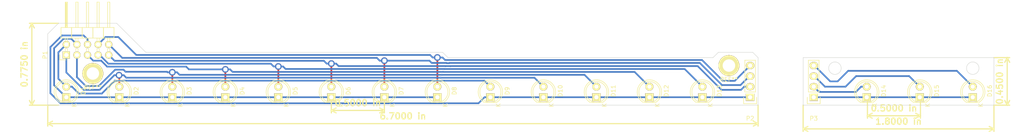
<source format=kicad_pcb>
(kicad_pcb (version 4) (host pcbnew 4.0.2-stable)

  (general
    (links 0)
    (no_connects 0)
    (area 34.545001 90.614999 284.225 124.620001)
    (thickness 1.6)
    (drawings 25)
    (tracks 182)
    (zones 0)
    (modules 21)
    (nets 15)
  )

  (page A4)
  (layers
    (0 F.Cu signal)
    (31 B.Cu signal)
    (32 B.Adhes user)
    (33 F.Adhes user)
    (34 B.Paste user)
    (35 F.Paste user)
    (36 B.SilkS user)
    (37 F.SilkS user)
    (38 B.Mask user)
    (39 F.Mask user)
    (40 Dwgs.User user)
    (41 Cmts.User user)
    (42 Eco1.User user)
    (43 Eco2.User user)
    (44 Edge.Cuts user)
    (45 Margin user)
    (46 B.CrtYd user)
    (47 F.CrtYd user)
    (48 B.Fab user)
    (49 F.Fab user)
  )

  (setup
    (last_trace_width 0.4)
    (trace_clearance 0.3)
    (zone_clearance 0.508)
    (zone_45_only no)
    (trace_min 0.4)
    (segment_width 0.2)
    (edge_width 0.1)
    (via_size 1.6)
    (via_drill 1)
    (via_min_size 1.6)
    (via_min_drill 1)
    (uvia_size 0.3)
    (uvia_drill 0.1)
    (uvias_allowed no)
    (uvia_min_size 0.2)
    (uvia_min_drill 0.1)
    (pcb_text_width 0.3)
    (pcb_text_size 1.5 1.5)
    (mod_edge_width 0.15)
    (mod_text_size 1 1)
    (mod_text_width 0.15)
    (pad_size 1.5 1.5)
    (pad_drill 0.6)
    (pad_to_mask_clearance 0)
    (aux_axis_origin 0 0)
    (visible_elements FFFFFF7F)
    (pcbplotparams
      (layerselection 0x01000_80000001)
      (usegerberextensions false)
      (excludeedgelayer true)
      (linewidth 0.100000)
      (plotframeref false)
      (viasonmask false)
      (mode 1)
      (useauxorigin false)
      (hpglpennumber 1)
      (hpglpenspeed 20)
      (hpglpendiameter 15)
      (hpglpenoverlay 2)
      (psnegative false)
      (psa4output false)
      (plotreference true)
      (plotvalue true)
      (plotinvisibletext false)
      (padsonsilk false)
      (subtractmaskfromsilk false)
      (outputformat 1)
      (mirror false)
      (drillshape 0)
      (scaleselection 1)
      (outputdirectory ""))
  )

  (net 0 "")
  (net 1 /DIGITB)
  (net 2 /SEG0)
  (net 3 /SEG1)
  (net 4 /SEG2)
  (net 5 /SEG3)
  (net 6 /SEG4)
  (net 7 /DIGITA)
  (net 8 /SEG5)
  (net 9 /SEG6)
  (net 10 /SEG7)
  (net 11 "Net-(D14-Pad1)")
  (net 12 "Net-(D14-Pad2)")
  (net 13 "Net-(D15-Pad2)")
  (net 14 "Net-(D16-Pad2)")

  (net_class Default "This is the default net class."
    (clearance 0.3)
    (trace_width 0.4)
    (via_dia 1.6)
    (via_drill 1)
    (uvia_dia 0.3)
    (uvia_drill 0.1)
    (add_net /DIGITA)
    (add_net /DIGITB)
    (add_net /SEG0)
    (add_net /SEG1)
    (add_net /SEG2)
    (add_net /SEG3)
    (add_net /SEG4)
    (add_net /SEG5)
    (add_net /SEG6)
    (add_net /SEG7)
    (add_net "Net-(D14-Pad1)")
    (add_net "Net-(D14-Pad2)")
    (add_net "Net-(D15-Pad2)")
    (add_net "Net-(D16-Pad2)")
  )

  (module Pin_Headers:Pin_Header_Straight_1x04 (layer F.Cu) (tedit 0) (tstamp 57A47E5D)
    (at 214.63 114.3 180)
    (descr "Through hole pin header")
    (tags "pin header")
    (path /57A6C5AD)
    (fp_text reference P2 (at 0 -5.1 180) (layer F.SilkS)
      (effects (font (size 1 1) (thickness 0.15)))
    )
    (fp_text value CONN_01X04 (at 0 -3.1 180) (layer F.Fab)
      (effects (font (size 1 1) (thickness 0.15)))
    )
    (fp_line (start -1.75 -1.75) (end -1.75 9.4) (layer F.CrtYd) (width 0.05))
    (fp_line (start 1.75 -1.75) (end 1.75 9.4) (layer F.CrtYd) (width 0.05))
    (fp_line (start -1.75 -1.75) (end 1.75 -1.75) (layer F.CrtYd) (width 0.05))
    (fp_line (start -1.75 9.4) (end 1.75 9.4) (layer F.CrtYd) (width 0.05))
    (fp_line (start -1.27 1.27) (end -1.27 8.89) (layer F.SilkS) (width 0.15))
    (fp_line (start 1.27 1.27) (end 1.27 8.89) (layer F.SilkS) (width 0.15))
    (fp_line (start 1.55 -1.55) (end 1.55 0) (layer F.SilkS) (width 0.15))
    (fp_line (start -1.27 8.89) (end 1.27 8.89) (layer F.SilkS) (width 0.15))
    (fp_line (start 1.27 1.27) (end -1.27 1.27) (layer F.SilkS) (width 0.15))
    (fp_line (start -1.55 0) (end -1.55 -1.55) (layer F.SilkS) (width 0.15))
    (fp_line (start -1.55 -1.55) (end 1.55 -1.55) (layer F.SilkS) (width 0.15))
    (pad 1 thru_hole rect (at 0 0 180) (size 2.032 1.7272) (drill 1.016) (layers *.Cu *.Mask F.SilkS)
      (net 1 /DIGITB))
    (pad 2 thru_hole oval (at 0 2.54 180) (size 2.032 1.7272) (drill 1.016) (layers *.Cu *.Mask F.SilkS)
      (net 8 /SEG5))
    (pad 3 thru_hole oval (at 0 5.08 180) (size 2.032 1.7272) (drill 1.016) (layers *.Cu *.Mask F.SilkS)
      (net 9 /SEG6))
    (pad 4 thru_hole oval (at 0 7.62 180) (size 2.032 1.7272) (drill 1.016) (layers *.Cu *.Mask F.SilkS)
      (net 10 /SEG7))
    (model Pin_Headers.3dshapes/Pin_Header_Straight_1x04.wrl
      (at (xyz 0 -0.15 0))
      (scale (xyz 1 1 1))
      (rotate (xyz 0 0 90))
    )
  )

  (module Pin_Headers:Pin_Header_Angled_2x05 (layer F.Cu) (tedit 0) (tstamp 57A47E55)
    (at 50.8 104.14 90)
    (descr "Through hole pin header")
    (tags "pin header")
    (path /57A6A6DA)
    (fp_text reference P1 (at 0 -5.1 90) (layer F.SilkS)
      (effects (font (size 1 1) (thickness 0.15)))
    )
    (fp_text value CONN_02X05 (at 0 -3.1 90) (layer F.Fab)
      (effects (font (size 1 1) (thickness 0.15)))
    )
    (fp_line (start -1.35 -1.75) (end -1.35 11.95) (layer F.CrtYd) (width 0.05))
    (fp_line (start 13.2 -1.75) (end 13.2 11.95) (layer F.CrtYd) (width 0.05))
    (fp_line (start -1.35 -1.75) (end 13.2 -1.75) (layer F.CrtYd) (width 0.05))
    (fp_line (start -1.35 11.95) (end 13.2 11.95) (layer F.CrtYd) (width 0.05))
    (fp_line (start 1.524 10.414) (end 1.016 10.414) (layer F.SilkS) (width 0.15))
    (fp_line (start 1.524 9.906) (end 1.016 9.906) (layer F.SilkS) (width 0.15))
    (fp_line (start 1.524 7.874) (end 1.016 7.874) (layer F.SilkS) (width 0.15))
    (fp_line (start 1.524 7.366) (end 1.016 7.366) (layer F.SilkS) (width 0.15))
    (fp_line (start 1.524 -0.254) (end 1.016 -0.254) (layer F.SilkS) (width 0.15))
    (fp_line (start 1.524 0.254) (end 1.016 0.254) (layer F.SilkS) (width 0.15))
    (fp_line (start 1.524 5.334) (end 1.016 5.334) (layer F.SilkS) (width 0.15))
    (fp_line (start 1.524 4.826) (end 1.016 4.826) (layer F.SilkS) (width 0.15))
    (fp_line (start 1.524 2.794) (end 1.016 2.794) (layer F.SilkS) (width 0.15))
    (fp_line (start 1.524 2.286) (end 1.016 2.286) (layer F.SilkS) (width 0.15))
    (fp_line (start 4.064 10.414) (end 3.556 10.414) (layer F.SilkS) (width 0.15))
    (fp_line (start 4.064 9.906) (end 3.556 9.906) (layer F.SilkS) (width 0.15))
    (fp_line (start 4.064 -0.254) (end 3.556 -0.254) (layer F.SilkS) (width 0.15))
    (fp_line (start 4.064 0.254) (end 3.556 0.254) (layer F.SilkS) (width 0.15))
    (fp_line (start 4.064 2.286) (end 3.556 2.286) (layer F.SilkS) (width 0.15))
    (fp_line (start 4.064 2.794) (end 3.556 2.794) (layer F.SilkS) (width 0.15))
    (fp_line (start 4.064 7.874) (end 3.556 7.874) (layer F.SilkS) (width 0.15))
    (fp_line (start 4.064 7.366) (end 3.556 7.366) (layer F.SilkS) (width 0.15))
    (fp_line (start 4.064 5.334) (end 3.556 5.334) (layer F.SilkS) (width 0.15))
    (fp_line (start 4.064 4.826) (end 3.556 4.826) (layer F.SilkS) (width 0.15))
    (fp_line (start 0 -1.55) (end -1.15 -1.55) (layer F.SilkS) (width 0.15))
    (fp_line (start -1.15 -1.55) (end -1.15 0) (layer F.SilkS) (width 0.15))
    (fp_line (start 6.604 -0.127) (end 12.573 -0.127) (layer F.SilkS) (width 0.15))
    (fp_line (start 12.573 -0.127) (end 12.573 0.127) (layer F.SilkS) (width 0.15))
    (fp_line (start 12.573 0.127) (end 6.731 0.127) (layer F.SilkS) (width 0.15))
    (fp_line (start 6.731 0.127) (end 6.731 0) (layer F.SilkS) (width 0.15))
    (fp_line (start 6.731 0) (end 12.573 0) (layer F.SilkS) (width 0.15))
    (fp_line (start 4.064 8.89) (end 6.604 8.89) (layer F.SilkS) (width 0.15))
    (fp_line (start 4.064 8.89) (end 4.064 11.43) (layer F.SilkS) (width 0.15))
    (fp_line (start 6.604 9.906) (end 12.7 9.906) (layer F.SilkS) (width 0.15))
    (fp_line (start 12.7 9.906) (end 12.7 10.414) (layer F.SilkS) (width 0.15))
    (fp_line (start 12.7 10.414) (end 6.604 10.414) (layer F.SilkS) (width 0.15))
    (fp_line (start 6.604 11.43) (end 6.604 8.89) (layer F.SilkS) (width 0.15))
    (fp_line (start 4.064 11.43) (end 6.604 11.43) (layer F.SilkS) (width 0.15))
    (fp_line (start 4.064 3.81) (end 6.604 3.81) (layer F.SilkS) (width 0.15))
    (fp_line (start 4.064 3.81) (end 4.064 6.35) (layer F.SilkS) (width 0.15))
    (fp_line (start 4.064 6.35) (end 6.604 6.35) (layer F.SilkS) (width 0.15))
    (fp_line (start 6.604 4.826) (end 12.7 4.826) (layer F.SilkS) (width 0.15))
    (fp_line (start 12.7 4.826) (end 12.7 5.334) (layer F.SilkS) (width 0.15))
    (fp_line (start 12.7 5.334) (end 6.604 5.334) (layer F.SilkS) (width 0.15))
    (fp_line (start 6.604 6.35) (end 6.604 3.81) (layer F.SilkS) (width 0.15))
    (fp_line (start 6.604 8.89) (end 6.604 6.35) (layer F.SilkS) (width 0.15))
    (fp_line (start 12.7 7.874) (end 6.604 7.874) (layer F.SilkS) (width 0.15))
    (fp_line (start 12.7 7.366) (end 12.7 7.874) (layer F.SilkS) (width 0.15))
    (fp_line (start 6.604 7.366) (end 12.7 7.366) (layer F.SilkS) (width 0.15))
    (fp_line (start 4.064 8.89) (end 6.604 8.89) (layer F.SilkS) (width 0.15))
    (fp_line (start 4.064 6.35) (end 4.064 8.89) (layer F.SilkS) (width 0.15))
    (fp_line (start 4.064 6.35) (end 6.604 6.35) (layer F.SilkS) (width 0.15))
    (fp_line (start 4.064 1.27) (end 6.604 1.27) (layer F.SilkS) (width 0.15))
    (fp_line (start 4.064 1.27) (end 4.064 3.81) (layer F.SilkS) (width 0.15))
    (fp_line (start 4.064 3.81) (end 6.604 3.81) (layer F.SilkS) (width 0.15))
    (fp_line (start 6.604 2.286) (end 12.7 2.286) (layer F.SilkS) (width 0.15))
    (fp_line (start 12.7 2.286) (end 12.7 2.794) (layer F.SilkS) (width 0.15))
    (fp_line (start 12.7 2.794) (end 6.604 2.794) (layer F.SilkS) (width 0.15))
    (fp_line (start 6.604 3.81) (end 6.604 1.27) (layer F.SilkS) (width 0.15))
    (fp_line (start 6.604 1.27) (end 6.604 -1.27) (layer F.SilkS) (width 0.15))
    (fp_line (start 12.7 0.254) (end 6.604 0.254) (layer F.SilkS) (width 0.15))
    (fp_line (start 12.7 -0.254) (end 12.7 0.254) (layer F.SilkS) (width 0.15))
    (fp_line (start 6.604 -0.254) (end 12.7 -0.254) (layer F.SilkS) (width 0.15))
    (fp_line (start 4.064 1.27) (end 6.604 1.27) (layer F.SilkS) (width 0.15))
    (fp_line (start 4.064 -1.27) (end 4.064 1.27) (layer F.SilkS) (width 0.15))
    (fp_line (start 4.064 -1.27) (end 6.604 -1.27) (layer F.SilkS) (width 0.15))
    (pad 1 thru_hole rect (at 0 0 90) (size 1.7272 1.7272) (drill 1.016) (layers *.Cu *.Mask F.SilkS)
      (net 3 /SEG1))
    (pad 2 thru_hole oval (at 2.54 0 90) (size 1.7272 1.7272) (drill 1.016) (layers *.Cu *.Mask F.SilkS)
      (net 2 /SEG0))
    (pad 3 thru_hole oval (at 0 2.54 90) (size 1.7272 1.7272) (drill 1.016) (layers *.Cu *.Mask F.SilkS)
      (net 4 /SEG2))
    (pad 4 thru_hole oval (at 2.54 2.54 90) (size 1.7272 1.7272) (drill 1.016) (layers *.Cu *.Mask F.SilkS)
      (net 7 /DIGITA))
    (pad 5 thru_hole oval (at 0 5.08 90) (size 1.7272 1.7272) (drill 1.016) (layers *.Cu *.Mask F.SilkS)
      (net 5 /SEG3))
    (pad 6 thru_hole oval (at 2.54 5.08 90) (size 1.7272 1.7272) (drill 1.016) (layers *.Cu *.Mask F.SilkS)
      (net 1 /DIGITB))
    (pad 7 thru_hole oval (at 0 7.62 90) (size 1.7272 1.7272) (drill 1.016) (layers *.Cu *.Mask F.SilkS)
      (net 6 /SEG4))
    (pad 8 thru_hole oval (at 2.54 7.62 90) (size 1.7272 1.7272) (drill 1.016) (layers *.Cu *.Mask F.SilkS)
      (net 10 /SEG7))
    (pad 9 thru_hole oval (at 0 10.16 90) (size 1.7272 1.7272) (drill 1.016) (layers *.Cu *.Mask F.SilkS)
      (net 8 /SEG5))
    (pad 10 thru_hole oval (at 2.54 10.16 90) (size 1.7272 1.7272) (drill 1.016) (layers *.Cu *.Mask F.SilkS)
      (net 9 /SEG6))
    (model Pin_Headers.3dshapes/Pin_Header_Angled_2x05.wrl
      (at (xyz 0.05 -0.2 0))
      (scale (xyz 1 1 1))
      (rotate (xyz 0 0 90))
    )
  )

  (module Pin_Headers:Pin_Header_Straight_1x04 (layer F.Cu) (tedit 0) (tstamp 57A47E65)
    (at 229.87 114.3 180)
    (descr "Through hole pin header")
    (tags "pin header")
    (path /57A6C629)
    (fp_text reference P3 (at 0 -5.1 180) (layer F.SilkS)
      (effects (font (size 1 1) (thickness 0.15)))
    )
    (fp_text value CONN_01X04 (at 0 -3.1 180) (layer F.Fab)
      (effects (font (size 1 1) (thickness 0.15)))
    )
    (fp_line (start -1.75 -1.75) (end -1.75 9.4) (layer F.CrtYd) (width 0.05))
    (fp_line (start 1.75 -1.75) (end 1.75 9.4) (layer F.CrtYd) (width 0.05))
    (fp_line (start -1.75 -1.75) (end 1.75 -1.75) (layer F.CrtYd) (width 0.05))
    (fp_line (start -1.75 9.4) (end 1.75 9.4) (layer F.CrtYd) (width 0.05))
    (fp_line (start -1.27 1.27) (end -1.27 8.89) (layer F.SilkS) (width 0.15))
    (fp_line (start 1.27 1.27) (end 1.27 8.89) (layer F.SilkS) (width 0.15))
    (fp_line (start 1.55 -1.55) (end 1.55 0) (layer F.SilkS) (width 0.15))
    (fp_line (start -1.27 8.89) (end 1.27 8.89) (layer F.SilkS) (width 0.15))
    (fp_line (start 1.27 1.27) (end -1.27 1.27) (layer F.SilkS) (width 0.15))
    (fp_line (start -1.55 0) (end -1.55 -1.55) (layer F.SilkS) (width 0.15))
    (fp_line (start -1.55 -1.55) (end 1.55 -1.55) (layer F.SilkS) (width 0.15))
    (pad 1 thru_hole rect (at 0 0 180) (size 2.032 1.7272) (drill 1.016) (layers *.Cu *.Mask F.SilkS)
      (net 11 "Net-(D14-Pad1)"))
    (pad 2 thru_hole oval (at 0 2.54 180) (size 2.032 1.7272) (drill 1.016) (layers *.Cu *.Mask F.SilkS)
      (net 12 "Net-(D14-Pad2)"))
    (pad 3 thru_hole oval (at 0 5.08 180) (size 2.032 1.7272) (drill 1.016) (layers *.Cu *.Mask F.SilkS)
      (net 13 "Net-(D15-Pad2)"))
    (pad 4 thru_hole oval (at 0 7.62 180) (size 2.032 1.7272) (drill 1.016) (layers *.Cu *.Mask F.SilkS)
      (net 14 "Net-(D16-Pad2)"))
    (model Pin_Headers.3dshapes/Pin_Header_Straight_1x04.wrl
      (at (xyz 0 -0.15 0))
      (scale (xyz 1 1 1))
      (rotate (xyz 0 0 90))
    )
  )

  (module myparts:LED-5MM-custom (layer F.Cu) (tedit 57A70E27) (tstamp 57A71DAA)
    (at 50.8 114.3 90)
    (descr "LED 5mm round vertical")
    (tags "LED 5mm round vertical")
    (path /57A6A693/57A35D23)
    (fp_text reference D1 (at 1.524 4.064 90) (layer F.SilkS)
      (effects (font (size 1 1) (thickness 0.15)))
    )
    (fp_text value LED (at 1.524 -3.937 90) (layer F.Fab)
      (effects (font (size 1 1) (thickness 0.15)))
    )
    (fp_circle (center 1.27 0) (end 3.77 0) (layer B.Fab) (width 0.15))
    (fp_line (start -1.5 -1.55) (end -1.5 1.55) (layer F.CrtYd) (width 0.05))
    (fp_arc (start 1.3 0) (end -1.5 1.55) (angle -302) (layer F.CrtYd) (width 0.05))
    (fp_arc (start 1.27 0) (end -1.23 -1.5) (angle 297.5) (layer F.SilkS) (width 0.15))
    (fp_line (start -1.23 1.5) (end -1.23 -1.5) (layer F.SilkS) (width 0.15))
    (fp_circle (center 1.27 0) (end 0.97 -2.5) (layer F.SilkS) (width 0.15))
    (fp_text user K (at -1.905 1.905 90) (layer F.SilkS)
      (effects (font (size 1 1) (thickness 0.15)))
    )
    (pad 1 thru_hole rect (at 0 0 180) (size 2 1.9) (drill 1.00076) (layers *.Cu *.Mask F.SilkS)
      (net 7 /DIGITA))
    (pad 2 thru_hole circle (at 2.54 0 90) (size 1.9 1.9) (drill 1.00076) (layers *.Cu *.Mask F.SilkS)
      (net 2 /SEG0))
    (model LEDs.3dshapes/LED-5MM.wrl
      (at (xyz 0.05 0 0))
      (scale (xyz 1 1 1))
      (rotate (xyz 0 0 90))
    )
  )

  (module myparts:LED-5MM-custom (layer F.Cu) (tedit 57A70E27) (tstamp 57A71DB6)
    (at 63.5 114.3 90)
    (descr "LED 5mm round vertical")
    (tags "LED 5mm round vertical")
    (path /57A6A693/57A35D1D)
    (fp_text reference D2 (at 1.524 4.064 90) (layer F.SilkS)
      (effects (font (size 1 1) (thickness 0.15)))
    )
    (fp_text value LED (at 1.524 -3.937 90) (layer F.Fab)
      (effects (font (size 1 1) (thickness 0.15)))
    )
    (fp_circle (center 1.27 0) (end 3.77 0) (layer B.Fab) (width 0.15))
    (fp_line (start -1.5 -1.55) (end -1.5 1.55) (layer F.CrtYd) (width 0.05))
    (fp_arc (start 1.3 0) (end -1.5 1.55) (angle -302) (layer F.CrtYd) (width 0.05))
    (fp_arc (start 1.27 0) (end -1.23 -1.5) (angle 297.5) (layer F.SilkS) (width 0.15))
    (fp_line (start -1.23 1.5) (end -1.23 -1.5) (layer F.SilkS) (width 0.15))
    (fp_circle (center 1.27 0) (end 0.97 -2.5) (layer F.SilkS) (width 0.15))
    (fp_text user K (at -1.905 1.905 90) (layer F.SilkS)
      (effects (font (size 1 1) (thickness 0.15)))
    )
    (pad 1 thru_hole rect (at 0 0 180) (size 2 1.9) (drill 1.00076) (layers *.Cu *.Mask F.SilkS)
      (net 7 /DIGITA))
    (pad 2 thru_hole circle (at 2.54 0 90) (size 1.9 1.9) (drill 1.00076) (layers *.Cu *.Mask F.SilkS)
      (net 3 /SEG1))
    (model LEDs.3dshapes/LED-5MM.wrl
      (at (xyz 0.05 0 0))
      (scale (xyz 1 1 1))
      (rotate (xyz 0 0 90))
    )
  )

  (module myparts:LED-5MM-custom (layer F.Cu) (tedit 57A70E27) (tstamp 57A71DC2)
    (at 76.2 114.3 90)
    (descr "LED 5mm round vertical")
    (tags "LED 5mm round vertical")
    (path /57A6A693/57A35D17)
    (fp_text reference D3 (at 1.524 4.064 90) (layer F.SilkS)
      (effects (font (size 1 1) (thickness 0.15)))
    )
    (fp_text value LED (at 1.524 -3.937 90) (layer F.Fab)
      (effects (font (size 1 1) (thickness 0.15)))
    )
    (fp_circle (center 1.27 0) (end 3.77 0) (layer B.Fab) (width 0.15))
    (fp_line (start -1.5 -1.55) (end -1.5 1.55) (layer F.CrtYd) (width 0.05))
    (fp_arc (start 1.3 0) (end -1.5 1.55) (angle -302) (layer F.CrtYd) (width 0.05))
    (fp_arc (start 1.27 0) (end -1.23 -1.5) (angle 297.5) (layer F.SilkS) (width 0.15))
    (fp_line (start -1.23 1.5) (end -1.23 -1.5) (layer F.SilkS) (width 0.15))
    (fp_circle (center 1.27 0) (end 0.97 -2.5) (layer F.SilkS) (width 0.15))
    (fp_text user K (at -1.905 1.905 90) (layer F.SilkS)
      (effects (font (size 1 1) (thickness 0.15)))
    )
    (pad 1 thru_hole rect (at 0 0 180) (size 2 1.9) (drill 1.00076) (layers *.Cu *.Mask F.SilkS)
      (net 7 /DIGITA))
    (pad 2 thru_hole circle (at 2.54 0 90) (size 1.9 1.9) (drill 1.00076) (layers *.Cu *.Mask F.SilkS)
      (net 4 /SEG2))
    (model LEDs.3dshapes/LED-5MM.wrl
      (at (xyz 0.05 0 0))
      (scale (xyz 1 1 1))
      (rotate (xyz 0 0 90))
    )
  )

  (module myparts:LED-5MM-custom (layer F.Cu) (tedit 57A70E27) (tstamp 57A71DCE)
    (at 88.9 114.3 90)
    (descr "LED 5mm round vertical")
    (tags "LED 5mm round vertical")
    (path /57A6A693/57A35D11)
    (fp_text reference D4 (at 1.524 4.064 90) (layer F.SilkS)
      (effects (font (size 1 1) (thickness 0.15)))
    )
    (fp_text value LED (at 1.524 -3.937 90) (layer F.Fab)
      (effects (font (size 1 1) (thickness 0.15)))
    )
    (fp_circle (center 1.27 0) (end 3.77 0) (layer B.Fab) (width 0.15))
    (fp_line (start -1.5 -1.55) (end -1.5 1.55) (layer F.CrtYd) (width 0.05))
    (fp_arc (start 1.3 0) (end -1.5 1.55) (angle -302) (layer F.CrtYd) (width 0.05))
    (fp_arc (start 1.27 0) (end -1.23 -1.5) (angle 297.5) (layer F.SilkS) (width 0.15))
    (fp_line (start -1.23 1.5) (end -1.23 -1.5) (layer F.SilkS) (width 0.15))
    (fp_circle (center 1.27 0) (end 0.97 -2.5) (layer F.SilkS) (width 0.15))
    (fp_text user K (at -1.905 1.905 90) (layer F.SilkS)
      (effects (font (size 1 1) (thickness 0.15)))
    )
    (pad 1 thru_hole rect (at 0 0 180) (size 2 1.9) (drill 1.00076) (layers *.Cu *.Mask F.SilkS)
      (net 7 /DIGITA))
    (pad 2 thru_hole circle (at 2.54 0 90) (size 1.9 1.9) (drill 1.00076) (layers *.Cu *.Mask F.SilkS)
      (net 5 /SEG3))
    (model LEDs.3dshapes/LED-5MM.wrl
      (at (xyz 0.05 0 0))
      (scale (xyz 1 1 1))
      (rotate (xyz 0 0 90))
    )
  )

  (module myparts:LED-5MM-custom (layer F.Cu) (tedit 57A70E27) (tstamp 57A71DDA)
    (at 101.6 114.3 90)
    (descr "LED 5mm round vertical")
    (tags "LED 5mm round vertical")
    (path /57A6A693/57A35BD9)
    (fp_text reference D5 (at 1.524 4.064 90) (layer F.SilkS)
      (effects (font (size 1 1) (thickness 0.15)))
    )
    (fp_text value LED (at 1.524 -3.937 90) (layer F.Fab)
      (effects (font (size 1 1) (thickness 0.15)))
    )
    (fp_circle (center 1.27 0) (end 3.77 0) (layer B.Fab) (width 0.15))
    (fp_line (start -1.5 -1.55) (end -1.5 1.55) (layer F.CrtYd) (width 0.05))
    (fp_arc (start 1.3 0) (end -1.5 1.55) (angle -302) (layer F.CrtYd) (width 0.05))
    (fp_arc (start 1.27 0) (end -1.23 -1.5) (angle 297.5) (layer F.SilkS) (width 0.15))
    (fp_line (start -1.23 1.5) (end -1.23 -1.5) (layer F.SilkS) (width 0.15))
    (fp_circle (center 1.27 0) (end 0.97 -2.5) (layer F.SilkS) (width 0.15))
    (fp_text user K (at -1.905 1.905 90) (layer F.SilkS)
      (effects (font (size 1 1) (thickness 0.15)))
    )
    (pad 1 thru_hole rect (at 0 0 180) (size 2 1.9) (drill 1.00076) (layers *.Cu *.Mask F.SilkS)
      (net 7 /DIGITA))
    (pad 2 thru_hole circle (at 2.54 0 90) (size 1.9 1.9) (drill 1.00076) (layers *.Cu *.Mask F.SilkS)
      (net 6 /SEG4))
    (model LEDs.3dshapes/LED-5MM.wrl
      (at (xyz 0.05 0 0))
      (scale (xyz 1 1 1))
      (rotate (xyz 0 0 90))
    )
  )

  (module myparts:LED-5MM-custom (layer F.Cu) (tedit 57A70E27) (tstamp 57A71DE6)
    (at 114.3 114.3 90)
    (descr "LED 5mm round vertical")
    (tags "LED 5mm round vertical")
    (path /57A6A693/57A35BB5)
    (fp_text reference D6 (at 1.524 4.064 90) (layer F.SilkS)
      (effects (font (size 1 1) (thickness 0.15)))
    )
    (fp_text value LED (at 1.524 -3.937 90) (layer F.Fab)
      (effects (font (size 1 1) (thickness 0.15)))
    )
    (fp_circle (center 1.27 0) (end 3.77 0) (layer B.Fab) (width 0.15))
    (fp_line (start -1.5 -1.55) (end -1.5 1.55) (layer F.CrtYd) (width 0.05))
    (fp_arc (start 1.3 0) (end -1.5 1.55) (angle -302) (layer F.CrtYd) (width 0.05))
    (fp_arc (start 1.27 0) (end -1.23 -1.5) (angle 297.5) (layer F.SilkS) (width 0.15))
    (fp_line (start -1.23 1.5) (end -1.23 -1.5) (layer F.SilkS) (width 0.15))
    (fp_circle (center 1.27 0) (end 0.97 -2.5) (layer F.SilkS) (width 0.15))
    (fp_text user K (at -1.905 1.905 90) (layer F.SilkS)
      (effects (font (size 1 1) (thickness 0.15)))
    )
    (pad 1 thru_hole rect (at 0 0 180) (size 2 1.9) (drill 1.00076) (layers *.Cu *.Mask F.SilkS)
      (net 7 /DIGITA))
    (pad 2 thru_hole circle (at 2.54 0 90) (size 1.9 1.9) (drill 1.00076) (layers *.Cu *.Mask F.SilkS)
      (net 8 /SEG5))
    (model LEDs.3dshapes/LED-5MM.wrl
      (at (xyz 0.05 0 0))
      (scale (xyz 1 1 1))
      (rotate (xyz 0 0 90))
    )
  )

  (module myparts:LED-5MM-custom (layer F.Cu) (tedit 57A70E27) (tstamp 57A71DF2)
    (at 127 114.3 90)
    (descr "LED 5mm round vertical")
    (tags "LED 5mm round vertical")
    (path /57A6A693/57A35B88)
    (fp_text reference D7 (at 1.524 4.064 90) (layer F.SilkS)
      (effects (font (size 1 1) (thickness 0.15)))
    )
    (fp_text value LED (at 1.524 -3.937 90) (layer F.Fab)
      (effects (font (size 1 1) (thickness 0.15)))
    )
    (fp_circle (center 1.27 0) (end 3.77 0) (layer B.Fab) (width 0.15))
    (fp_line (start -1.5 -1.55) (end -1.5 1.55) (layer F.CrtYd) (width 0.05))
    (fp_arc (start 1.3 0) (end -1.5 1.55) (angle -302) (layer F.CrtYd) (width 0.05))
    (fp_arc (start 1.27 0) (end -1.23 -1.5) (angle 297.5) (layer F.SilkS) (width 0.15))
    (fp_line (start -1.23 1.5) (end -1.23 -1.5) (layer F.SilkS) (width 0.15))
    (fp_circle (center 1.27 0) (end 0.97 -2.5) (layer F.SilkS) (width 0.15))
    (fp_text user K (at -1.905 1.905 90) (layer F.SilkS)
      (effects (font (size 1 1) (thickness 0.15)))
    )
    (pad 1 thru_hole rect (at 0 0 180) (size 2 1.9) (drill 1.00076) (layers *.Cu *.Mask F.SilkS)
      (net 7 /DIGITA))
    (pad 2 thru_hole circle (at 2.54 0 90) (size 1.9 1.9) (drill 1.00076) (layers *.Cu *.Mask F.SilkS)
      (net 9 /SEG6))
    (model LEDs.3dshapes/LED-5MM.wrl
      (at (xyz 0.05 0 0))
      (scale (xyz 1 1 1))
      (rotate (xyz 0 0 90))
    )
  )

  (module myparts:LED-5MM-custom (layer F.Cu) (tedit 57A70E27) (tstamp 57A71DFE)
    (at 139.7 114.3 90)
    (descr "LED 5mm round vertical")
    (tags "LED 5mm round vertical")
    (path /57A6A693/57A35AD5)
    (fp_text reference D8 (at 1.524 4.064 90) (layer F.SilkS)
      (effects (font (size 1 1) (thickness 0.15)))
    )
    (fp_text value LED (at 1.524 -3.937 90) (layer F.Fab)
      (effects (font (size 1 1) (thickness 0.15)))
    )
    (fp_circle (center 1.27 0) (end 3.77 0) (layer B.Fab) (width 0.15))
    (fp_line (start -1.5 -1.55) (end -1.5 1.55) (layer F.CrtYd) (width 0.05))
    (fp_arc (start 1.3 0) (end -1.5 1.55) (angle -302) (layer F.CrtYd) (width 0.05))
    (fp_arc (start 1.27 0) (end -1.23 -1.5) (angle 297.5) (layer F.SilkS) (width 0.15))
    (fp_line (start -1.23 1.5) (end -1.23 -1.5) (layer F.SilkS) (width 0.15))
    (fp_circle (center 1.27 0) (end 0.97 -2.5) (layer F.SilkS) (width 0.15))
    (fp_text user K (at -1.905 1.905 90) (layer F.SilkS)
      (effects (font (size 1 1) (thickness 0.15)))
    )
    (pad 1 thru_hole rect (at 0 0 180) (size 2 1.9) (drill 1.00076) (layers *.Cu *.Mask F.SilkS)
      (net 7 /DIGITA))
    (pad 2 thru_hole circle (at 2.54 0 90) (size 1.9 1.9) (drill 1.00076) (layers *.Cu *.Mask F.SilkS)
      (net 10 /SEG7))
    (model LEDs.3dshapes/LED-5MM.wrl
      (at (xyz 0.05 0 0))
      (scale (xyz 1 1 1))
      (rotate (xyz 0 0 90))
    )
  )

  (module myparts:LED-5MM-custom (layer F.Cu) (tedit 57A70E27) (tstamp 57A71E0A)
    (at 152.4 114.3 90)
    (descr "LED 5mm round vertical")
    (tags "LED 5mm round vertical")
    (path /57A6B2AC)
    (fp_text reference D9 (at 1.524 4.064 90) (layer F.SilkS)
      (effects (font (size 1 1) (thickness 0.15)))
    )
    (fp_text value LED (at 1.524 -3.937 90) (layer F.Fab)
      (effects (font (size 1 1) (thickness 0.15)))
    )
    (fp_circle (center 1.27 0) (end 3.77 0) (layer B.Fab) (width 0.15))
    (fp_line (start -1.5 -1.55) (end -1.5 1.55) (layer F.CrtYd) (width 0.05))
    (fp_arc (start 1.3 0) (end -1.5 1.55) (angle -302) (layer F.CrtYd) (width 0.05))
    (fp_arc (start 1.27 0) (end -1.23 -1.5) (angle 297.5) (layer F.SilkS) (width 0.15))
    (fp_line (start -1.23 1.5) (end -1.23 -1.5) (layer F.SilkS) (width 0.15))
    (fp_circle (center 1.27 0) (end 0.97 -2.5) (layer F.SilkS) (width 0.15))
    (fp_text user K (at -1.905 1.905 90) (layer F.SilkS)
      (effects (font (size 1 1) (thickness 0.15)))
    )
    (pad 1 thru_hole rect (at 0 0 180) (size 2 1.9) (drill 1.00076) (layers *.Cu *.Mask F.SilkS)
      (net 1 /DIGITB))
    (pad 2 thru_hole circle (at 2.54 0 90) (size 1.9 1.9) (drill 1.00076) (layers *.Cu *.Mask F.SilkS)
      (net 2 /SEG0))
    (model LEDs.3dshapes/LED-5MM.wrl
      (at (xyz 0.05 0 0))
      (scale (xyz 1 1 1))
      (rotate (xyz 0 0 90))
    )
  )

  (module myparts:LED-5MM-custom (layer F.Cu) (tedit 57A70E27) (tstamp 57A71E16)
    (at 165.1 114.3 90)
    (descr "LED 5mm round vertical")
    (tags "LED 5mm round vertical")
    (path /57A6B2A5)
    (fp_text reference D10 (at 1.524 4.064 90) (layer F.SilkS)
      (effects (font (size 1 1) (thickness 0.15)))
    )
    (fp_text value LED (at 1.524 -3.937 90) (layer F.Fab)
      (effects (font (size 1 1) (thickness 0.15)))
    )
    (fp_circle (center 1.27 0) (end 3.77 0) (layer B.Fab) (width 0.15))
    (fp_line (start -1.5 -1.55) (end -1.5 1.55) (layer F.CrtYd) (width 0.05))
    (fp_arc (start 1.3 0) (end -1.5 1.55) (angle -302) (layer F.CrtYd) (width 0.05))
    (fp_arc (start 1.27 0) (end -1.23 -1.5) (angle 297.5) (layer F.SilkS) (width 0.15))
    (fp_line (start -1.23 1.5) (end -1.23 -1.5) (layer F.SilkS) (width 0.15))
    (fp_circle (center 1.27 0) (end 0.97 -2.5) (layer F.SilkS) (width 0.15))
    (fp_text user K (at -1.905 1.905 90) (layer F.SilkS)
      (effects (font (size 1 1) (thickness 0.15)))
    )
    (pad 1 thru_hole rect (at 0 0 180) (size 2 1.9) (drill 1.00076) (layers *.Cu *.Mask F.SilkS)
      (net 1 /DIGITB))
    (pad 2 thru_hole circle (at 2.54 0 90) (size 1.9 1.9) (drill 1.00076) (layers *.Cu *.Mask F.SilkS)
      (net 3 /SEG1))
    (model LEDs.3dshapes/LED-5MM.wrl
      (at (xyz 0.05 0 0))
      (scale (xyz 1 1 1))
      (rotate (xyz 0 0 90))
    )
  )

  (module myparts:LED-5MM-custom (layer F.Cu) (tedit 57A70E27) (tstamp 57A71E22)
    (at 177.8 114.3 90)
    (descr "LED 5mm round vertical")
    (tags "LED 5mm round vertical")
    (path /57A6B29E)
    (fp_text reference D11 (at 1.524 4.064 90) (layer F.SilkS)
      (effects (font (size 1 1) (thickness 0.15)))
    )
    (fp_text value LED (at 1.524 -3.937 90) (layer F.Fab)
      (effects (font (size 1 1) (thickness 0.15)))
    )
    (fp_circle (center 1.27 0) (end 3.77 0) (layer B.Fab) (width 0.15))
    (fp_line (start -1.5 -1.55) (end -1.5 1.55) (layer F.CrtYd) (width 0.05))
    (fp_arc (start 1.3 0) (end -1.5 1.55) (angle -302) (layer F.CrtYd) (width 0.05))
    (fp_arc (start 1.27 0) (end -1.23 -1.5) (angle 297.5) (layer F.SilkS) (width 0.15))
    (fp_line (start -1.23 1.5) (end -1.23 -1.5) (layer F.SilkS) (width 0.15))
    (fp_circle (center 1.27 0) (end 0.97 -2.5) (layer F.SilkS) (width 0.15))
    (fp_text user K (at -1.905 1.905 90) (layer F.SilkS)
      (effects (font (size 1 1) (thickness 0.15)))
    )
    (pad 1 thru_hole rect (at 0 0 180) (size 2 1.9) (drill 1.00076) (layers *.Cu *.Mask F.SilkS)
      (net 1 /DIGITB))
    (pad 2 thru_hole circle (at 2.54 0 90) (size 1.9 1.9) (drill 1.00076) (layers *.Cu *.Mask F.SilkS)
      (net 4 /SEG2))
    (model LEDs.3dshapes/LED-5MM.wrl
      (at (xyz 0.05 0 0))
      (scale (xyz 1 1 1))
      (rotate (xyz 0 0 90))
    )
  )

  (module myparts:LED-5MM-custom (layer F.Cu) (tedit 57A70E27) (tstamp 57A71E2E)
    (at 190.5 114.3 90)
    (descr "LED 5mm round vertical")
    (tags "LED 5mm round vertical")
    (path /57A6B297)
    (fp_text reference D12 (at 1.524 4.064 90) (layer F.SilkS)
      (effects (font (size 1 1) (thickness 0.15)))
    )
    (fp_text value LED (at 1.524 -3.937 90) (layer F.Fab)
      (effects (font (size 1 1) (thickness 0.15)))
    )
    (fp_circle (center 1.27 0) (end 3.77 0) (layer B.Fab) (width 0.15))
    (fp_line (start -1.5 -1.55) (end -1.5 1.55) (layer F.CrtYd) (width 0.05))
    (fp_arc (start 1.3 0) (end -1.5 1.55) (angle -302) (layer F.CrtYd) (width 0.05))
    (fp_arc (start 1.27 0) (end -1.23 -1.5) (angle 297.5) (layer F.SilkS) (width 0.15))
    (fp_line (start -1.23 1.5) (end -1.23 -1.5) (layer F.SilkS) (width 0.15))
    (fp_circle (center 1.27 0) (end 0.97 -2.5) (layer F.SilkS) (width 0.15))
    (fp_text user K (at -1.905 1.905 90) (layer F.SilkS)
      (effects (font (size 1 1) (thickness 0.15)))
    )
    (pad 1 thru_hole rect (at 0 0 180) (size 2 1.9) (drill 1.00076) (layers *.Cu *.Mask F.SilkS)
      (net 1 /DIGITB))
    (pad 2 thru_hole circle (at 2.54 0 90) (size 1.9 1.9) (drill 1.00076) (layers *.Cu *.Mask F.SilkS)
      (net 5 /SEG3))
    (model LEDs.3dshapes/LED-5MM.wrl
      (at (xyz 0.05 0 0))
      (scale (xyz 1 1 1))
      (rotate (xyz 0 0 90))
    )
  )

  (module myparts:LED-5MM-custom (layer F.Cu) (tedit 57A70E27) (tstamp 57A71E3A)
    (at 203.2 114.3 90)
    (descr "LED 5mm round vertical")
    (tags "LED 5mm round vertical")
    (path /57A6B290)
    (fp_text reference D13 (at 1.524 4.064 90) (layer F.SilkS)
      (effects (font (size 1 1) (thickness 0.15)))
    )
    (fp_text value LED (at 1.524 -3.937 90) (layer F.Fab)
      (effects (font (size 1 1) (thickness 0.15)))
    )
    (fp_circle (center 1.27 0) (end 3.77 0) (layer B.Fab) (width 0.15))
    (fp_line (start -1.5 -1.55) (end -1.5 1.55) (layer F.CrtYd) (width 0.05))
    (fp_arc (start 1.3 0) (end -1.5 1.55) (angle -302) (layer F.CrtYd) (width 0.05))
    (fp_arc (start 1.27 0) (end -1.23 -1.5) (angle 297.5) (layer F.SilkS) (width 0.15))
    (fp_line (start -1.23 1.5) (end -1.23 -1.5) (layer F.SilkS) (width 0.15))
    (fp_circle (center 1.27 0) (end 0.97 -2.5) (layer F.SilkS) (width 0.15))
    (fp_text user K (at -1.905 1.905 90) (layer F.SilkS)
      (effects (font (size 1 1) (thickness 0.15)))
    )
    (pad 1 thru_hole rect (at 0 0 180) (size 2 1.9) (drill 1.00076) (layers *.Cu *.Mask F.SilkS)
      (net 1 /DIGITB))
    (pad 2 thru_hole circle (at 2.54 0 90) (size 1.9 1.9) (drill 1.00076) (layers *.Cu *.Mask F.SilkS)
      (net 6 /SEG4))
    (model LEDs.3dshapes/LED-5MM.wrl
      (at (xyz 0.05 0 0))
      (scale (xyz 1 1 1))
      (rotate (xyz 0 0 90))
    )
  )

  (module myparts:LED-5MM-custom (layer F.Cu) (tedit 57A70E27) (tstamp 57A71E46)
    (at 242.57 114.3 90)
    (descr "LED 5mm round vertical")
    (tags "LED 5mm round vertical")
    (path /57A6B289)
    (fp_text reference D14 (at 1.524 4.064 90) (layer F.SilkS)
      (effects (font (size 1 1) (thickness 0.15)))
    )
    (fp_text value LED (at 1.524 -3.937 90) (layer F.Fab)
      (effects (font (size 1 1) (thickness 0.15)))
    )
    (fp_circle (center 1.27 0) (end 3.77 0) (layer B.Fab) (width 0.15))
    (fp_line (start -1.5 -1.55) (end -1.5 1.55) (layer F.CrtYd) (width 0.05))
    (fp_arc (start 1.3 0) (end -1.5 1.55) (angle -302) (layer F.CrtYd) (width 0.05))
    (fp_arc (start 1.27 0) (end -1.23 -1.5) (angle 297.5) (layer F.SilkS) (width 0.15))
    (fp_line (start -1.23 1.5) (end -1.23 -1.5) (layer F.SilkS) (width 0.15))
    (fp_circle (center 1.27 0) (end 0.97 -2.5) (layer F.SilkS) (width 0.15))
    (fp_text user K (at -1.905 1.905 90) (layer F.SilkS)
      (effects (font (size 1 1) (thickness 0.15)))
    )
    (pad 1 thru_hole rect (at 0 0 180) (size 2 1.9) (drill 1.00076) (layers *.Cu *.Mask F.SilkS)
      (net 11 "Net-(D14-Pad1)"))
    (pad 2 thru_hole circle (at 2.54 0 90) (size 1.9 1.9) (drill 1.00076) (layers *.Cu *.Mask F.SilkS)
      (net 12 "Net-(D14-Pad2)"))
    (model LEDs.3dshapes/LED-5MM.wrl
      (at (xyz 0.05 0 0))
      (scale (xyz 1 1 1))
      (rotate (xyz 0 0 90))
    )
  )

  (module myparts:LED-5MM-custom (layer F.Cu) (tedit 57A70E27) (tstamp 57A71E52)
    (at 255.27 114.3 90)
    (descr "LED 5mm round vertical")
    (tags "LED 5mm round vertical")
    (path /57A6B282)
    (fp_text reference D15 (at 1.524 4.064 90) (layer F.SilkS)
      (effects (font (size 1 1) (thickness 0.15)))
    )
    (fp_text value LED (at 1.524 -3.937 90) (layer F.Fab)
      (effects (font (size 1 1) (thickness 0.15)))
    )
    (fp_circle (center 1.27 0) (end 3.77 0) (layer B.Fab) (width 0.15))
    (fp_line (start -1.5 -1.55) (end -1.5 1.55) (layer F.CrtYd) (width 0.05))
    (fp_arc (start 1.3 0) (end -1.5 1.55) (angle -302) (layer F.CrtYd) (width 0.05))
    (fp_arc (start 1.27 0) (end -1.23 -1.5) (angle 297.5) (layer F.SilkS) (width 0.15))
    (fp_line (start -1.23 1.5) (end -1.23 -1.5) (layer F.SilkS) (width 0.15))
    (fp_circle (center 1.27 0) (end 0.97 -2.5) (layer F.SilkS) (width 0.15))
    (fp_text user K (at -1.905 1.905 90) (layer F.SilkS)
      (effects (font (size 1 1) (thickness 0.15)))
    )
    (pad 1 thru_hole rect (at 0 0 180) (size 2 1.9) (drill 1.00076) (layers *.Cu *.Mask F.SilkS)
      (net 11 "Net-(D14-Pad1)"))
    (pad 2 thru_hole circle (at 2.54 0 90) (size 1.9 1.9) (drill 1.00076) (layers *.Cu *.Mask F.SilkS)
      (net 13 "Net-(D15-Pad2)"))
    (model LEDs.3dshapes/LED-5MM.wrl
      (at (xyz 0.05 0 0))
      (scale (xyz 1 1 1))
      (rotate (xyz 0 0 90))
    )
  )

  (module myparts:LED-5MM-custom (layer F.Cu) (tedit 57A70E27) (tstamp 57A71E5E)
    (at 267.97 114.3 90)
    (descr "LED 5mm round vertical")
    (tags "LED 5mm round vertical")
    (path /57A6B27B)
    (fp_text reference D16 (at 1.524 4.064 90) (layer F.SilkS)
      (effects (font (size 1 1) (thickness 0.15)))
    )
    (fp_text value LED (at 1.524 -3.937 90) (layer F.Fab)
      (effects (font (size 1 1) (thickness 0.15)))
    )
    (fp_circle (center 1.27 0) (end 3.77 0) (layer B.Fab) (width 0.15))
    (fp_line (start -1.5 -1.55) (end -1.5 1.55) (layer F.CrtYd) (width 0.05))
    (fp_arc (start 1.3 0) (end -1.5 1.55) (angle -302) (layer F.CrtYd) (width 0.05))
    (fp_arc (start 1.27 0) (end -1.23 -1.5) (angle 297.5) (layer F.SilkS) (width 0.15))
    (fp_line (start -1.23 1.5) (end -1.23 -1.5) (layer F.SilkS) (width 0.15))
    (fp_circle (center 1.27 0) (end 0.97 -2.5) (layer F.SilkS) (width 0.15))
    (fp_text user K (at -1.905 1.905 90) (layer F.SilkS)
      (effects (font (size 1 1) (thickness 0.15)))
    )
    (pad 1 thru_hole rect (at 0 0 180) (size 2 1.9) (drill 1.00076) (layers *.Cu *.Mask F.SilkS)
      (net 11 "Net-(D14-Pad1)"))
    (pad 2 thru_hole circle (at 2.54 0 90) (size 1.9 1.9) (drill 1.00076) (layers *.Cu *.Mask F.SilkS)
      (net 14 "Net-(D16-Pad2)"))
    (model LEDs.3dshapes/LED-5MM.wrl
      (at (xyz 0.05 0 0))
      (scale (xyz 1 1 1))
      (rotate (xyz 0 0 90))
    )
  )

  (module myparts:HOLE_M3 (layer F.Cu) (tedit 57A712CF) (tstamp 57A8C715)
    (at 209.55 106.68)
    (fp_text reference REF** (at 0 3.35) (layer F.SilkS)
      (effects (font (size 1 1) (thickness 0.15)))
    )
    (fp_text value M3 (at 0 -3.5) (layer F.Fab)
      (effects (font (size 1 1) (thickness 0.15)))
    )
    (fp_circle (center 0 0) (end 1.5 0) (layer B.Fab) (width 0.15))
    (pad 1 thru_hole circle (at 0 0) (size 5 5) (drill 3) (layers *.Cu *.Mask F.SilkS))
  )

  (module myparts:HOLE_M3 (layer F.Cu) (tedit 57A712CF) (tstamp 57A8C72D)
    (at 57.15 108.585)
    (fp_text reference REF** (at 0 3.35) (layer F.SilkS)
      (effects (font (size 1 1) (thickness 0.15)))
    )
    (fp_text value M3 (at 0 -3.5) (layer F.Fab)
      (effects (font (size 1 1) (thickness 0.15)))
    )
    (fp_circle (center 0 0) (end 1.5 0) (layer B.Fab) (width 0.15))
    (pad 1 thru_hole circle (at 0 0) (size 5 5) (drill 3) (layers *.Cu *.Mask F.SilkS))
  )

  (dimension 12.7 (width 0.3) (layer F.SilkS)
    (gr_text "12.700 mm" (at 120.65 118.825) (layer F.SilkS)
      (effects (font (size 1.5 1.5) (thickness 0.3)))
    )
    (feature1 (pts (xy 127 114.3) (xy 127 120.175)))
    (feature2 (pts (xy 114.3 114.3) (xy 114.3 120.175)))
    (crossbar (pts (xy 114.3 117.475) (xy 127 117.475)))
    (arrow1a (pts (xy 127 117.475) (xy 125.873496 118.061421)))
    (arrow1b (pts (xy 127 117.475) (xy 125.873496 116.888579)))
    (arrow2a (pts (xy 114.3 117.475) (xy 115.426504 118.061421)))
    (arrow2b (pts (xy 114.3 117.475) (xy 115.426504 116.888579)))
  )
  (dimension 170.18 (width 0.3) (layer F.SilkS)
    (gr_text "170.180 mm" (at 131.445 122) (layer F.SilkS)
      (effects (font (size 1.5 1.5) (thickness 0.3)))
    )
    (feature1 (pts (xy 216.535 116.205) (xy 216.535 123.35)))
    (feature2 (pts (xy 46.355 116.205) (xy 46.355 123.35)))
    (crossbar (pts (xy 46.355 120.65) (xy 216.535 120.65)))
    (arrow1a (pts (xy 216.535 120.65) (xy 215.408496 121.236421)))
    (arrow1b (pts (xy 216.535 120.65) (xy 215.408496 120.063579)))
    (arrow2a (pts (xy 46.355 120.65) (xy 47.481504 121.236421)))
    (arrow2b (pts (xy 46.355 120.65) (xy 47.481504 120.063579)))
  )
  (dimension 19.685 (width 0.3) (layer F.SilkS)
    (gr_text "19.685 mm" (at 41.195 106.3625 270) (layer F.SilkS)
      (effects (font (size 1.5 1.5) (thickness 0.3)))
    )
    (feature1 (pts (xy 48.895 116.205) (xy 39.845 116.205)))
    (feature2 (pts (xy 48.895 96.52) (xy 39.845 96.52)))
    (crossbar (pts (xy 42.545 96.52) (xy 42.545 116.205)))
    (arrow1a (pts (xy 42.545 116.205) (xy 41.958579 115.078496)))
    (arrow1b (pts (xy 42.545 116.205) (xy 43.131421 115.078496)))
    (arrow2a (pts (xy 42.545 96.52) (xy 41.958579 97.646504)))
    (arrow2b (pts (xy 42.545 96.52) (xy 43.131421 97.646504)))
  )
  (dimension 11.43 (width 0.3) (layer F.SilkS)
    (gr_text "11.430 mm" (at 277.575 110.49 270) (layer F.SilkS)
      (effects (font (size 1.5 1.5) (thickness 0.3)))
    )
    (feature1 (pts (xy 273.05 116.205) (xy 278.925 116.205)))
    (feature2 (pts (xy 273.05 104.775) (xy 278.925 104.775)))
    (crossbar (pts (xy 276.225 104.775) (xy 276.225 116.205)))
    (arrow1a (pts (xy 276.225 116.205) (xy 275.638579 115.078496)))
    (arrow1b (pts (xy 276.225 116.205) (xy 276.811421 115.078496)))
    (arrow2a (pts (xy 276.225 104.775) (xy 275.638579 105.901504)))
    (arrow2b (pts (xy 276.225 104.775) (xy 276.811421 105.901504)))
  )
  (dimension 45.72 (width 0.3) (layer F.SilkS) (tstamp 57A48A2E)
    (gr_text "45.720 mm" (at 250.19 123.27) (layer F.SilkS) (tstamp 57A48A2F)
      (effects (font (size 1.5 1.5) (thickness 0.3)))
    )
    (feature1 (pts (xy 273.05 116.205) (xy 273.05 124.62)))
    (feature2 (pts (xy 227.33 116.205) (xy 227.33 124.62)))
    (crossbar (pts (xy 227.33 121.92) (xy 273.05 121.92)))
    (arrow1a (pts (xy 273.05 121.92) (xy 271.923496 122.506421)))
    (arrow1b (pts (xy 273.05 121.92) (xy 271.923496 121.333579)))
    (arrow2a (pts (xy 227.33 121.92) (xy 228.456504 122.506421)))
    (arrow2b (pts (xy 227.33 121.92) (xy 228.456504 121.333579)))
  )
  (gr_line (start 215.265 103.505) (end 216.535 104.775) (layer Edge.Cuts) (width 0.1))
  (gr_line (start 207.01 103.505) (end 215.265 103.505) (layer Edge.Cuts) (width 0.1))
  (gr_line (start 205.74 104.775) (end 207.01 103.505) (layer Edge.Cuts) (width 0.1))
  (gr_line (start 142.24 104.775) (end 205.74 104.775) (layer Edge.Cuts) (width 0.1))
  (gr_line (start 140.97 103.505) (end 142.24 104.775) (layer Edge.Cuts) (width 0.1))
  (gr_line (start 139.7 103.505) (end 140.97 103.505) (layer Edge.Cuts) (width 0.1))
  (gr_line (start 69.85 103.505) (end 139.7 103.505) (layer Edge.Cuts) (width 0.1))
  (gr_line (start 46.355 116.205) (end 216.535 116.205) (layer Edge.Cuts) (width 0.1))
  (gr_line (start 46.355 99.06) (end 46.355 116.205) (layer Edge.Cuts) (width 0.1))
  (gr_line (start 48.895 96.52) (end 46.355 99.06) (layer Edge.Cuts) (width 0.1))
  (gr_line (start 62.865 96.52) (end 48.895 96.52) (layer Edge.Cuts) (width 0.1))
  (gr_line (start 69.85 103.505) (end 62.865 96.52) (layer Edge.Cuts) (width 0.1))
  (gr_line (start 216.535 116.205) (end 216.535 104.775) (layer Edge.Cuts) (width 0.1))
  (gr_circle (center 234.95 107.315) (end 236.45 107.315) (layer Edge.Cuts) (width 0.1) (tstamp 57A48109))
  (gr_circle (center 267.97 107.315) (end 269.47 107.315) (layer Edge.Cuts) (width 0.1))
  (gr_line (start 227.33 116.205) (end 273.05 116.205) (layer Edge.Cuts) (width 0.1))
  (gr_line (start 227.33 104.775) (end 227.33 116.205) (layer Edge.Cuts) (width 0.1))
  (gr_line (start 273.05 104.775) (end 227.33 104.775) (layer Edge.Cuts) (width 0.1))
  (gr_line (start 273.05 116.205) (end 273.05 104.775) (layer Edge.Cuts) (width 0.1))
  (dimension 12.7 (width 0.3) (layer F.SilkS)
    (gr_text "12.700 mm" (at 249.088972 120.095) (layer F.SilkS)
      (effects (font (size 1.5 1.5) (thickness 0.3)))
    )
    (feature1 (pts (xy 255.438972 115.264157) (xy 255.438972 121.445)))
    (feature2 (pts (xy 242.738972 115.264157) (xy 242.738972 121.445)))
    (crossbar (pts (xy 242.738972 118.745) (xy 255.438972 118.745)))
    (arrow1a (pts (xy 255.438972 118.745) (xy 254.312468 119.331421)))
    (arrow1b (pts (xy 255.438972 118.745) (xy 254.312468 118.158579)))
    (arrow2a (pts (xy 242.738972 118.745) (xy 243.865476 119.331421)))
    (arrow2b (pts (xy 242.738972 118.745) (xy 243.865476 118.158579)))
  )

  (segment (start 55.88 101.6) (end 55.88 100.378686) (width 0.4) (layer B.Cu) (net 1))
  (segment (start 55.88 100.378686) (end 54.942314 99.441) (width 0.4) (layer B.Cu) (net 1))
  (segment (start 54.942314 99.441) (end 49.784 99.441) (width 0.4) (layer B.Cu) (net 1))
  (segment (start 49.784 99.441) (end 46.99 102.235) (width 0.4) (layer B.Cu) (net 1))
  (segment (start 46.99 102.235) (end 46.99 113.340002) (width 0.4) (layer B.Cu) (net 1))
  (segment (start 46.99 113.340002) (end 49.399999 115.750001) (width 0.4) (layer B.Cu) (net 1))
  (segment (start 49.399999 115.750001) (end 149.549999 115.750001) (width 0.4) (layer B.Cu) (net 1))
  (segment (start 149.549999 115.750001) (end 151 114.3) (width 0.4) (layer B.Cu) (net 1))
  (segment (start 151 114.3) (end 152.4 114.3) (width 0.4) (layer B.Cu) (net 1))
  (segment (start 214.7824 114.3) (end 214.63 114.3) (width 0.4) (layer B.Cu) (net 1) (status 30))
  (segment (start 214.63 114.3) (end 203.2 114.3) (width 0.4) (layer B.Cu) (net 1) (status 30))
  (segment (start 165.1 114.3) (end 152.4 114.3) (width 0.4) (layer B.Cu) (net 1) (status 30))
  (segment (start 177.8 114.3) (end 165.1 114.3) (width 0.4) (layer B.Cu) (net 1) (status 30))
  (segment (start 190.5 114.3) (end 177.8 114.3) (width 0.4) (layer B.Cu) (net 1) (status 30))
  (segment (start 203.2 114.3) (end 190.5 114.3) (width 0.4) (layer B.Cu) (net 1) (status 30))
  (segment (start 50.8 111.76) (end 52.143502 111.76) (width 0.4) (layer B.Cu) (net 2))
  (segment (start 52.143502 111.76) (end 53.794502 113.411) (width 0.4) (layer B.Cu) (net 2))
  (segment (start 53.794502 113.411) (end 59.309 113.411) (width 0.4) (layer B.Cu) (net 2))
  (segment (start 59.309 113.411) (end 62.410001 110.309999) (width 0.4) (layer B.Cu) (net 2))
  (segment (start 62.410001 110.309999) (end 140.210245 110.309999) (width 0.4) (layer B.Cu) (net 2))
  (segment (start 140.210245 110.309999) (end 140.210322 110.310076) (width 0.4) (layer B.Cu) (net 2))
  (segment (start 140.210322 110.310076) (end 150.950076 110.310076) (width 0.4) (layer B.Cu) (net 2))
  (segment (start 150.950076 110.310076) (end 151.450001 110.810001) (width 0.4) (layer B.Cu) (net 2))
  (segment (start 151.450001 110.810001) (end 152.4 111.76) (width 0.4) (layer B.Cu) (net 2))
  (segment (start 48.895 103.505) (end 48.895 109.855) (width 0.4) (layer B.Cu) (net 2))
  (segment (start 48.895 109.855) (end 50.8 111.76) (width 0.4) (layer B.Cu) (net 2))
  (segment (start 50.8 101.6) (end 48.895 103.505) (width 0.4) (layer B.Cu) (net 2))
  (segment (start 50.8 104.14) (end 50.8 108.331) (width 0.4) (layer B.Cu) (net 3))
  (segment (start 50.8 108.331) (end 54.991 112.522) (width 0.4) (layer B.Cu) (net 3))
  (segment (start 54.991 112.522) (end 58.783403 112.522) (width 0.4) (layer B.Cu) (net 3))
  (segment (start 58.783403 112.522) (end 62.300327 109.005076) (width 0.4) (layer B.Cu) (net 3))
  (segment (start 62.300327 109.005076) (end 63.431697 109.005076) (width 0.4) (layer B.Cu) (net 3))
  (segment (start 140.500276 109.610065) (end 140.495278 109.605067) (width 0.4) (layer B.Cu) (net 3))
  (via (at 63.431697 109.005076) (size 1.6) (drill 1) (layers F.Cu B.Cu) (net 3))
  (segment (start 165.1 111.76) (end 162.950065 109.610065) (width 0.4) (layer B.Cu) (net 3))
  (segment (start 64.563067 109.005076) (end 63.431697 109.005076) (width 0.4) (layer B.Cu) (net 3))
  (segment (start 162.950065 109.610065) (end 140.500276 109.610065) (width 0.4) (layer B.Cu) (net 3))
  (segment (start 140.495278 109.605067) (end 65.163058 109.605067) (width 0.4) (layer B.Cu) (net 3))
  (segment (start 63.5 111.76) (end 63.5 109.073379) (width 0.4) (layer F.Cu) (net 3))
  (segment (start 65.163058 109.605067) (end 64.563067 109.005076) (width 0.4) (layer B.Cu) (net 3))
  (segment (start 63.5 109.073379) (end 63.431697 109.005076) (width 0.4) (layer F.Cu) (net 3))
  (segment (start 53.34 104.14) (end 53.34 109.474) (width 0.4) (layer B.Cu) (net 4))
  (segment (start 55.451001 111.585001) (end 58.594999 111.585001) (width 0.4) (layer B.Cu) (net 4))
  (segment (start 53.34 109.474) (end 55.451001 111.585001) (width 0.4) (layer B.Cu) (net 4))
  (segment (start 58.594999 111.585001) (end 62.510035 107.669965) (width 0.4) (layer B.Cu) (net 4))
  (segment (start 62.510035 107.669965) (end 64.489965 107.669965) (width 0.4) (layer B.Cu) (net 4))
  (segment (start 64.489965 107.669965) (end 64.99673 108.17673) (width 0.4) (layer B.Cu) (net 4))
  (segment (start 64.99673 108.17673) (end 74.93 108.17673) (width 0.4) (layer B.Cu) (net 4))
  (segment (start 74.93 108.17673) (end 75.058335 108.305065) (width 0.4) (layer B.Cu) (net 4))
  (segment (start 75.058335 108.305065) (end 76.189705 108.305065) (width 0.4) (layer B.Cu) (net 4))
  (segment (start 77.321075 108.305065) (end 76.189705 108.305065) (width 0.4) (layer B.Cu) (net 4))
  (segment (start 140.785232 108.905056) (end 77.921066 108.905056) (width 0.4) (layer B.Cu) (net 4))
  (segment (start 140.79023 108.910054) (end 140.785232 108.905056) (width 0.4) (layer B.Cu) (net 4))
  (segment (start 177.8 111.76) (end 174.950054 108.910054) (width 0.4) (layer B.Cu) (net 4))
  (segment (start 77.921066 108.905056) (end 77.321075 108.305065) (width 0.4) (layer B.Cu) (net 4))
  (segment (start 174.950054 108.910054) (end 140.79023 108.910054) (width 0.4) (layer B.Cu) (net 4))
  (segment (start 76.2 108.31536) (end 76.189705 108.305065) (width 0.4) (layer F.Cu) (net 4))
  (segment (start 76.2 111.76) (end 76.2 108.31536) (width 0.4) (layer F.Cu) (net 4) (status 10))
  (via (at 76.189705 108.305065) (size 1.6) (drill 1) (layers F.Cu B.Cu) (net 4))
  (segment (start 55.88 104.14) (end 57.243601 105.503601) (width 0.4) (layer B.Cu) (net 5))
  (segment (start 57.243601 105.503601) (end 59.148601 105.503601) (width 0.4) (layer B.Cu) (net 5))
  (segment (start 80.173054 107.605054) (end 88.011 107.605054) (width 0.4) (layer B.Cu) (net 5))
  (segment (start 59.148601 105.503601) (end 60.579 106.934) (width 0.4) (layer B.Cu) (net 5))
  (segment (start 79.502 106.934) (end 80.173054 107.605054) (width 0.4) (layer B.Cu) (net 5))
  (segment (start 60.579 106.934) (end 79.502 106.934) (width 0.4) (layer B.Cu) (net 5))
  (segment (start 87.776074 107.605054) (end 88.011 107.605054) (width 0.4) (layer B.Cu) (net 5))
  (segment (start 88.011 107.605054) (end 88.907444 107.605054) (width 0.4) (layer B.Cu) (net 5))
  (segment (start 141.075186 108.205045) (end 90.638805 108.205045) (width 0.4) (layer B.Cu) (net 5))
  (segment (start 90.638805 108.205045) (end 90.038814 107.605054) (width 0.4) (layer B.Cu) (net 5))
  (segment (start 186.950043 108.210043) (end 141.080184 108.210043) (width 0.4) (layer B.Cu) (net 5))
  (segment (start 141.080184 108.210043) (end 141.075186 108.205045) (width 0.4) (layer B.Cu) (net 5))
  (segment (start 190.5 111.76) (end 186.950043 108.210043) (width 0.4) (layer B.Cu) (net 5))
  (segment (start 90.038814 107.605054) (end 88.907444 107.605054) (width 0.4) (layer B.Cu) (net 5))
  (via (at 88.907444 107.605054) (size 1.6) (drill 1) (layers F.Cu B.Cu) (net 5))
  (segment (start 88.9 111.76) (end 88.9 107.612498) (width 0.4) (layer F.Cu) (net 5) (status 10))
  (segment (start 88.9 107.612498) (end 88.907444 107.605054) (width 0.4) (layer F.Cu) (net 5))
  (segment (start 101.59716 106.905043) (end 100.46579 106.905043) (width 0.4) (layer B.Cu) (net 6))
  (segment (start 100.46579 106.905043) (end 99.794736 106.233989) (width 0.4) (layer B.Cu) (net 6))
  (segment (start 99.794736 106.233989) (end 60.868953 106.233989) (width 0.4) (layer B.Cu) (net 6))
  (segment (start 60.868953 106.233989) (end 58.774964 104.14) (width 0.4) (layer B.Cu) (net 6))
  (segment (start 58.774964 104.14) (end 58.42 104.14) (width 0.4) (layer B.Cu) (net 6))
  (segment (start 141.36514 107.505034) (end 103.328521 107.505034) (width 0.4) (layer B.Cu) (net 6))
  (segment (start 102.72853 106.905043) (end 101.59716 106.905043) (width 0.4) (layer B.Cu) (net 6))
  (segment (start 141.370138 107.510032) (end 141.36514 107.505034) (width 0.4) (layer B.Cu) (net 6))
  (segment (start 103.328521 107.505034) (end 102.72853 106.905043) (width 0.4) (layer B.Cu) (net 6))
  (segment (start 198.950032 107.510032) (end 141.370138 107.510032) (width 0.4) (layer B.Cu) (net 6))
  (segment (start 203.2 111.76) (end 198.950032 107.510032) (width 0.4) (layer B.Cu) (net 6))
  (segment (start 101.6 111.76) (end 101.6 106.907883) (width 0.4) (layer F.Cu) (net 6) (status 10))
  (via (at 101.59716 106.905043) (size 1.6) (drill 1) (layers F.Cu B.Cu) (net 6))
  (segment (start 101.6 106.907883) (end 101.59716 106.905043) (width 0.4) (layer F.Cu) (net 6))
  (segment (start 50.8 114.3) (end 50.75 114.3) (width 0.4) (layer B.Cu) (net 7))
  (segment (start 50.75 114.3) (end 47.879 111.429) (width 0.4) (layer B.Cu) (net 7))
  (segment (start 52.476401 100.736401) (end 53.34 101.6) (width 0.4) (layer B.Cu) (net 7))
  (segment (start 47.879 111.429) (end 47.879 102.50287) (width 0.4) (layer B.Cu) (net 7))
  (segment (start 47.879 102.50287) (end 50.145471 100.236399) (width 0.4) (layer B.Cu) (net 7))
  (segment (start 50.145471 100.236399) (end 51.976399 100.236399) (width 0.4) (layer B.Cu) (net 7))
  (segment (start 51.976399 100.236399) (end 52.476401 100.736401) (width 0.4) (layer B.Cu) (net 7))
  (segment (start 127 114.3) (end 139.7 114.3) (width 0.4) (layer B.Cu) (net 7) (status 30))
  (segment (start 114.3 114.3) (end 127 114.3) (width 0.4) (layer B.Cu) (net 7) (status 30))
  (segment (start 101.6 114.3) (end 114.3 114.3) (width 0.4) (layer B.Cu) (net 7) (status 30))
  (segment (start 88.9 114.3) (end 101.6 114.3) (width 0.4) (layer B.Cu) (net 7) (status 30))
  (segment (start 76.2 114.3) (end 88.9 114.3) (width 0.4) (layer B.Cu) (net 7) (status 30))
  (segment (start 76.2 114.3) (end 63.5 114.3) (width 0.4) (layer B.Cu) (net 7) (status 30))
  (segment (start 50.8 114.3) (end 63.5 114.3) (width 0.4) (layer B.Cu) (net 7) (status 30))
  (segment (start 114.3 106.205032) (end 115.43137 106.205032) (width 0.4) (layer B.Cu) (net 8))
  (segment (start 115.43137 106.205032) (end 116.031361 106.805023) (width 0.4) (layer B.Cu) (net 8))
  (segment (start 116.031361 106.805023) (end 141.655094 106.805023) (width 0.4) (layer B.Cu) (net 8))
  (segment (start 142.824906 106.805023) (end 202.055023 106.805023) (width 0.4) (layer B.Cu) (net 8))
  (segment (start 141.655094 106.805023) (end 141.660092 106.810021) (width 0.4) (layer B.Cu) (net 8))
  (segment (start 141.660092 106.810021) (end 142.819908 106.810021) (width 0.4) (layer B.Cu) (net 8))
  (segment (start 142.819908 106.810021) (end 142.824906 106.805023) (width 0.4) (layer B.Cu) (net 8))
  (segment (start 202.055023 106.805023) (end 207.772 112.522) (width 0.4) (layer B.Cu) (net 8))
  (segment (start 207.772 112.522) (end 212.452 112.522) (width 0.4) (layer B.Cu) (net 8))
  (segment (start 212.452 112.522) (end 213.214 111.76) (width 0.4) (layer B.Cu) (net 8))
  (segment (start 213.214 111.76) (end 214.63 111.76) (width 0.4) (layer B.Cu) (net 8))
  (segment (start 112.497576 105.533978) (end 62.353978 105.533978) (width 0.4) (layer B.Cu) (net 8))
  (segment (start 113.16863 106.205032) (end 112.497576 105.533978) (width 0.4) (layer B.Cu) (net 8))
  (segment (start 114.3 106.205032) (end 113.16863 106.205032) (width 0.4) (layer B.Cu) (net 8))
  (segment (start 62.353978 105.533978) (end 61.823599 105.003599) (width 0.4) (layer B.Cu) (net 8))
  (segment (start 61.823599 105.003599) (end 60.96 104.14) (width 0.4) (layer B.Cu) (net 8))
  (via (at 114.3 106.205032) (size 1.6) (drill 1) (layers F.Cu B.Cu) (net 8))
  (segment (start 114.3 111.76) (end 114.3 106.205032) (width 0.4) (layer F.Cu) (net 8) (status 10))
  (segment (start 214.63 109.22) (end 214.4776 109.22) (width 0.4) (layer B.Cu) (net 9))
  (segment (start 214.4776 109.22) (end 212.3186 111.379) (width 0.4) (layer B.Cu) (net 9))
  (segment (start 212.3186 111.379) (end 207.899 111.379) (width 0.4) (layer B.Cu) (net 9))
  (segment (start 207.899 111.379) (end 202.565 106.045) (width 0.4) (layer B.Cu) (net 9))
  (segment (start 202.565 106.045) (end 142.594964 106.045) (width 0.4) (layer B.Cu) (net 9))
  (segment (start 142.594964 106.045) (end 142.529954 106.11001) (width 0.4) (layer B.Cu) (net 9))
  (segment (start 142.529954 106.11001) (end 141.950046 106.11001) (width 0.4) (layer B.Cu) (net 9))
  (segment (start 141.950046 106.11001) (end 141.885036 106.045) (width 0.4) (layer B.Cu) (net 9))
  (segment (start 141.885036 106.045) (end 138.334979 106.045) (width 0.4) (layer B.Cu) (net 9))
  (segment (start 138.334979 106.045) (end 137.795 105.505021) (width 0.4) (layer B.Cu) (net 9))
  (segment (start 137.795 105.505021) (end 128.136137 105.505021) (width 0.4) (layer B.Cu) (net 9))
  (segment (start 128.136137 105.505021) (end 127.004767 105.505021) (width 0.4) (layer B.Cu) (net 9))
  (segment (start 127.004767 105.505021) (end 125.873397 105.505021) (width 0.4) (layer B.Cu) (net 9))
  (segment (start 125.202343 104.833967) (end 64.193967 104.833967) (width 0.4) (layer B.Cu) (net 9))
  (segment (start 61.823599 102.463599) (end 60.96 101.6) (width 0.4) (layer B.Cu) (net 9))
  (segment (start 64.193967 104.833967) (end 61.823599 102.463599) (width 0.4) (layer B.Cu) (net 9))
  (segment (start 125.873397 105.505021) (end 125.202343 104.833967) (width 0.4) (layer B.Cu) (net 9))
  (segment (start 127 111.76) (end 127 105.509788) (width 0.4) (layer F.Cu) (net 9) (status 10))
  (via (at 127.004767 105.505021) (size 1.6) (drill 1) (layers F.Cu B.Cu) (net 9))
  (segment (start 127 105.509788) (end 127.004767 105.505021) (width 0.4) (layer F.Cu) (net 9))
  (segment (start 139.697171 104.74499) (end 140.93999 104.74499) (width 0.4) (layer B.Cu) (net 10))
  (segment (start 140.93999 104.74499) (end 141.53999 105.34499) (width 0.4) (layer B.Cu) (net 10))
  (segment (start 141.53999 105.34499) (end 203.10498 105.34499) (width 0.4) (layer B.Cu) (net 10))
  (segment (start 203.10498 105.34499) (end 208.12299 110.363) (width 0.4) (layer B.Cu) (net 10))
  (segment (start 208.12299 110.363) (end 210.947 110.363) (width 0.4) (layer B.Cu) (net 10))
  (segment (start 210.947 110.363) (end 214.63 106.68) (width 0.4) (layer B.Cu) (net 10))
  (segment (start 139.697171 104.74499) (end 138.565801 104.74499) (width 0.4) (layer B.Cu) (net 10))
  (segment (start 138.565801 104.74499) (end 137.954767 104.133956) (width 0.4) (layer B.Cu) (net 10))
  (segment (start 137.954767 104.133956) (end 67.557956 104.133956) (width 0.4) (layer B.Cu) (net 10))
  (segment (start 67.557956 104.133956) (end 63.246 99.822) (width 0.4) (layer B.Cu) (net 10))
  (segment (start 63.246 99.822) (end 60.198 99.822) (width 0.4) (layer B.Cu) (net 10))
  (segment (start 60.198 99.822) (end 59.283599 100.736401) (width 0.4) (layer B.Cu) (net 10))
  (segment (start 59.283599 100.736401) (end 58.42 101.6) (width 0.4) (layer B.Cu) (net 10))
  (segment (start 139.7 111.76) (end 139.7 104.747819) (width 0.4) (layer F.Cu) (net 10) (status 10))
  (segment (start 139.7 104.747819) (end 139.697171 104.74499) (width 0.4) (layer F.Cu) (net 10))
  (via (at 139.697171 104.74499) (size 1.6) (drill 1) (layers F.Cu B.Cu) (net 10))
  (segment (start 214.63 106.68) (end 214.4776 106.68) (width 0.4) (layer B.Cu) (net 10) (status 30))
  (segment (start 242.57 114.3) (end 229.87 114.3) (width 0.4) (layer B.Cu) (net 11) (status 30))
  (segment (start 230.0224 114.3) (end 229.87 114.3) (width 0.4) (layer B.Cu) (net 11) (status 30))
  (segment (start 255.27 114.3) (end 267.97 114.3) (width 0.4) (layer B.Cu) (net 11) (status 30))
  (segment (start 242.57 114.3) (end 255.27 114.3) (width 0.4) (layer B.Cu) (net 11) (status 30))
  (segment (start 229.87 111.76) (end 231.046399 112.936399) (width 0.4) (layer B.Cu) (net 12) (status 10))
  (segment (start 231.379602 113.03) (end 240.03 113.03) (width 0.4) (layer B.Cu) (net 12))
  (segment (start 240.03 112.956498) (end 241.226498 111.76) (width 0.4) (layer B.Cu) (net 12))
  (segment (start 241.226498 111.76) (end 242.57 111.76) (width 0.4) (layer B.Cu) (net 12) (status 20))
  (segment (start 231.046399 112.936399) (end 231.286001 112.936399) (width 0.4) (layer B.Cu) (net 12))
  (segment (start 231.286001 112.936399) (end 231.379602 113.03) (width 0.4) (layer B.Cu) (net 12))
  (segment (start 240.03 113.03) (end 240.03 112.956498) (width 0.4) (layer B.Cu) (net 12))
  (segment (start 229.87 109.22) (end 230.0224 109.22) (width 0.4) (layer B.Cu) (net 13) (status 30))
  (segment (start 230.0224 109.22) (end 232.5624 111.76) (width 0.4) (layer B.Cu) (net 13) (status 10))
  (segment (start 232.5624 111.76) (end 237.49 111.76) (width 0.4) (layer B.Cu) (net 13))
  (segment (start 237.49 111.76) (end 240.03 109.22) (width 0.4) (layer B.Cu) (net 13))
  (segment (start 240.03 109.22) (end 252.73 109.22) (width 0.4) (layer B.Cu) (net 13))
  (segment (start 252.73 109.22) (end 255.27 111.76) (width 0.4) (layer B.Cu) (net 13) (status 20))
  (segment (start 229.87 106.68) (end 230.0224 106.68) (width 0.4) (layer B.Cu) (net 14) (status 30))
  (segment (start 230.0224 106.68) (end 233.8324 110.49) (width 0.4) (layer B.Cu) (net 14) (status 10))
  (segment (start 233.8324 110.49) (end 235.585 110.49) (width 0.4) (layer B.Cu) (net 14))
  (segment (start 235.585 110.49) (end 238.125 107.95) (width 0.4) (layer B.Cu) (net 14))
  (segment (start 238.125 107.95) (end 264.16 107.95) (width 0.4) (layer B.Cu) (net 14))
  (segment (start 264.16 107.95) (end 267.97 111.76) (width 0.4) (layer B.Cu) (net 14) (status 20))

)

</source>
